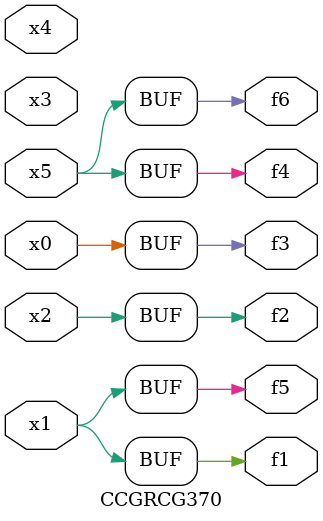
<source format=v>
module CCGRCG370(
	input x0, x1, x2, x3, x4, x5,
	output f1, f2, f3, f4, f5, f6
);
	assign f1 = x1;
	assign f2 = x2;
	assign f3 = x0;
	assign f4 = x5;
	assign f5 = x1;
	assign f6 = x5;
endmodule

</source>
